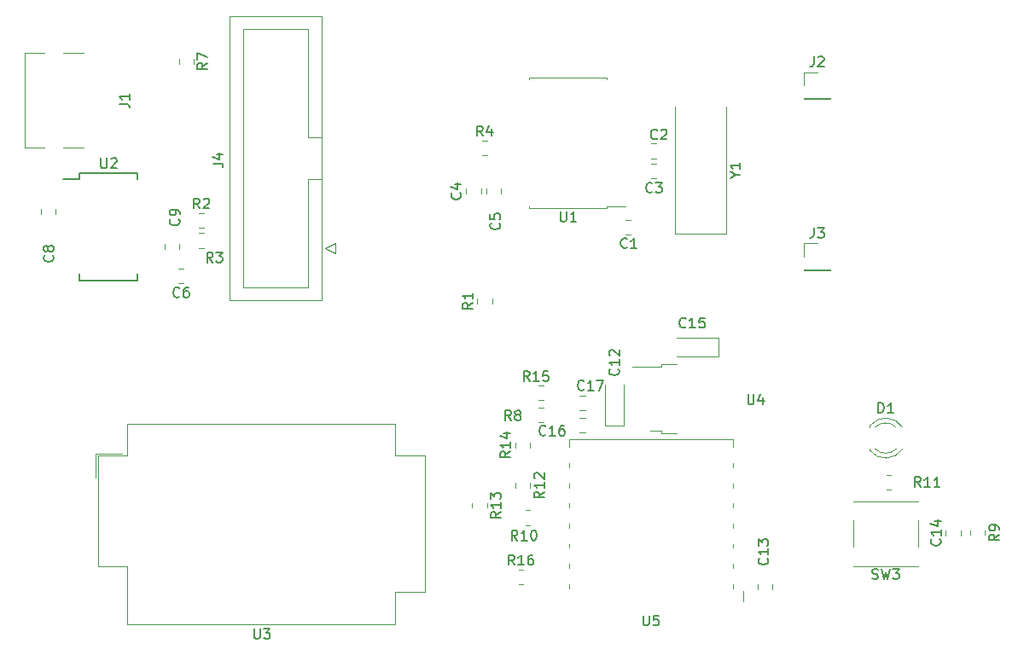
<source format=gbr>
%TF.GenerationSoftware,KiCad,Pcbnew,(6.0.11)*%
%TF.CreationDate,2024-04-14T23:22:21+03:00*%
%TF.ProjectId,avr-co2-detector,6176722d-636f-4322-9d64-65746563746f,rev. 1*%
%TF.SameCoordinates,Original*%
%TF.FileFunction,Legend,Top*%
%TF.FilePolarity,Positive*%
%FSLAX46Y46*%
G04 Gerber Fmt 4.6, Leading zero omitted, Abs format (unit mm)*
G04 Created by KiCad (PCBNEW (6.0.11)) date 2024-04-14 23:22:21*
%MOMM*%
%LPD*%
G01*
G04 APERTURE LIST*
%ADD10C,0.150000*%
%ADD11C,0.120000*%
G04 APERTURE END LIST*
D10*
%TO.C,U5*%
X143438095Y-129114880D02*
X143438095Y-129924404D01*
X143485714Y-130019642D01*
X143533333Y-130067261D01*
X143628571Y-130114880D01*
X143819047Y-130114880D01*
X143914285Y-130067261D01*
X143961904Y-130019642D01*
X144009523Y-129924404D01*
X144009523Y-129114880D01*
X144961904Y-129114880D02*
X144485714Y-129114880D01*
X144438095Y-129591071D01*
X144485714Y-129543452D01*
X144580952Y-129495833D01*
X144819047Y-129495833D01*
X144914285Y-129543452D01*
X144961904Y-129591071D01*
X145009523Y-129686309D01*
X145009523Y-129924404D01*
X144961904Y-130019642D01*
X144914285Y-130067261D01*
X144819047Y-130114880D01*
X144580952Y-130114880D01*
X144485714Y-130067261D01*
X144438095Y-130019642D01*
%TO.C,R16*%
X130657142Y-124102380D02*
X130323809Y-123626190D01*
X130085714Y-124102380D02*
X130085714Y-123102380D01*
X130466666Y-123102380D01*
X130561904Y-123150000D01*
X130609523Y-123197619D01*
X130657142Y-123292857D01*
X130657142Y-123435714D01*
X130609523Y-123530952D01*
X130561904Y-123578571D01*
X130466666Y-123626190D01*
X130085714Y-123626190D01*
X131609523Y-124102380D02*
X131038095Y-124102380D01*
X131323809Y-124102380D02*
X131323809Y-123102380D01*
X131228571Y-123245238D01*
X131133333Y-123340476D01*
X131038095Y-123388095D01*
X132466666Y-123102380D02*
X132276190Y-123102380D01*
X132180952Y-123150000D01*
X132133333Y-123197619D01*
X132038095Y-123340476D01*
X131990476Y-123530952D01*
X131990476Y-123911904D01*
X132038095Y-124007142D01*
X132085714Y-124054761D01*
X132180952Y-124102380D01*
X132371428Y-124102380D01*
X132466666Y-124054761D01*
X132514285Y-124007142D01*
X132561904Y-123911904D01*
X132561904Y-123673809D01*
X132514285Y-123578571D01*
X132466666Y-123530952D01*
X132371428Y-123483333D01*
X132180952Y-123483333D01*
X132085714Y-123530952D01*
X132038095Y-123578571D01*
X131990476Y-123673809D01*
%TO.C,SW3*%
X166166666Y-125454761D02*
X166309523Y-125502380D01*
X166547619Y-125502380D01*
X166642857Y-125454761D01*
X166690476Y-125407142D01*
X166738095Y-125311904D01*
X166738095Y-125216666D01*
X166690476Y-125121428D01*
X166642857Y-125073809D01*
X166547619Y-125026190D01*
X166357142Y-124978571D01*
X166261904Y-124930952D01*
X166214285Y-124883333D01*
X166166666Y-124788095D01*
X166166666Y-124692857D01*
X166214285Y-124597619D01*
X166261904Y-124550000D01*
X166357142Y-124502380D01*
X166595238Y-124502380D01*
X166738095Y-124550000D01*
X167071428Y-124502380D02*
X167309523Y-125502380D01*
X167500000Y-124788095D01*
X167690476Y-125502380D01*
X167928571Y-124502380D01*
X168214285Y-124502380D02*
X168833333Y-124502380D01*
X168500000Y-124883333D01*
X168642857Y-124883333D01*
X168738095Y-124930952D01*
X168785714Y-124978571D01*
X168833333Y-125073809D01*
X168833333Y-125311904D01*
X168785714Y-125407142D01*
X168738095Y-125454761D01*
X168642857Y-125502380D01*
X168357142Y-125502380D01*
X168261904Y-125454761D01*
X168214285Y-125407142D01*
%TO.C,C3*%
X144333333Y-87037142D02*
X144285714Y-87084761D01*
X144142857Y-87132380D01*
X144047619Y-87132380D01*
X143904761Y-87084761D01*
X143809523Y-86989523D01*
X143761904Y-86894285D01*
X143714285Y-86703809D01*
X143714285Y-86560952D01*
X143761904Y-86370476D01*
X143809523Y-86275238D01*
X143904761Y-86180000D01*
X144047619Y-86132380D01*
X144142857Y-86132380D01*
X144285714Y-86180000D01*
X144333333Y-86227619D01*
X144666666Y-86132380D02*
X145285714Y-86132380D01*
X144952380Y-86513333D01*
X145095238Y-86513333D01*
X145190476Y-86560952D01*
X145238095Y-86608571D01*
X145285714Y-86703809D01*
X145285714Y-86941904D01*
X145238095Y-87037142D01*
X145190476Y-87084761D01*
X145095238Y-87132380D01*
X144809523Y-87132380D01*
X144714285Y-87084761D01*
X144666666Y-87037142D01*
%TO.C,R14*%
X130252380Y-112842857D02*
X129776190Y-113176190D01*
X130252380Y-113414285D02*
X129252380Y-113414285D01*
X129252380Y-113033333D01*
X129300000Y-112938095D01*
X129347619Y-112890476D01*
X129442857Y-112842857D01*
X129585714Y-112842857D01*
X129680952Y-112890476D01*
X129728571Y-112938095D01*
X129776190Y-113033333D01*
X129776190Y-113414285D01*
X130252380Y-111890476D02*
X130252380Y-112461904D01*
X130252380Y-112176190D02*
X129252380Y-112176190D01*
X129395238Y-112271428D01*
X129490476Y-112366666D01*
X129538095Y-112461904D01*
X129585714Y-111033333D02*
X130252380Y-111033333D01*
X129204761Y-111271428D02*
X129919047Y-111509523D01*
X129919047Y-110890476D01*
%TO.C,C12*%
X140957142Y-104642857D02*
X141004761Y-104690476D01*
X141052380Y-104833333D01*
X141052380Y-104928571D01*
X141004761Y-105071428D01*
X140909523Y-105166666D01*
X140814285Y-105214285D01*
X140623809Y-105261904D01*
X140480952Y-105261904D01*
X140290476Y-105214285D01*
X140195238Y-105166666D01*
X140100000Y-105071428D01*
X140052380Y-104928571D01*
X140052380Y-104833333D01*
X140100000Y-104690476D01*
X140147619Y-104642857D01*
X141052380Y-103690476D02*
X141052380Y-104261904D01*
X141052380Y-103976190D02*
X140052380Y-103976190D01*
X140195238Y-104071428D01*
X140290476Y-104166666D01*
X140338095Y-104261904D01*
X140147619Y-103309523D02*
X140100000Y-103261904D01*
X140052380Y-103166666D01*
X140052380Y-102928571D01*
X140100000Y-102833333D01*
X140147619Y-102785714D01*
X140242857Y-102738095D01*
X140338095Y-102738095D01*
X140480952Y-102785714D01*
X141052380Y-103357142D01*
X141052380Y-102738095D01*
%TO.C,J1*%
X91452380Y-78333333D02*
X92166666Y-78333333D01*
X92309523Y-78380952D01*
X92404761Y-78476190D01*
X92452380Y-78619047D01*
X92452380Y-78714285D01*
X92452380Y-77333333D02*
X92452380Y-77904761D01*
X92452380Y-77619047D02*
X91452380Y-77619047D01*
X91595238Y-77714285D01*
X91690476Y-77809523D01*
X91738095Y-77904761D01*
%TO.C,U3*%
X104835595Y-130412380D02*
X104835595Y-131221904D01*
X104883214Y-131317142D01*
X104930833Y-131364761D01*
X105026071Y-131412380D01*
X105216547Y-131412380D01*
X105311785Y-131364761D01*
X105359404Y-131317142D01*
X105407023Y-131221904D01*
X105407023Y-130412380D01*
X105787976Y-130412380D02*
X106407023Y-130412380D01*
X106073690Y-130793333D01*
X106216547Y-130793333D01*
X106311785Y-130840952D01*
X106359404Y-130888571D01*
X106407023Y-130983809D01*
X106407023Y-131221904D01*
X106359404Y-131317142D01*
X106311785Y-131364761D01*
X106216547Y-131412380D01*
X105930833Y-131412380D01*
X105835595Y-131364761D01*
X105787976Y-131317142D01*
%TO.C,Y1*%
X152576190Y-85376190D02*
X153052380Y-85376190D01*
X152052380Y-85709523D02*
X152576190Y-85376190D01*
X152052380Y-85042857D01*
X153052380Y-84185714D02*
X153052380Y-84757142D01*
X153052380Y-84471428D02*
X152052380Y-84471428D01*
X152195238Y-84566666D01*
X152290476Y-84661904D01*
X152338095Y-84757142D01*
%TO.C,R9*%
X178752380Y-121066666D02*
X178276190Y-121400000D01*
X178752380Y-121638095D02*
X177752380Y-121638095D01*
X177752380Y-121257142D01*
X177800000Y-121161904D01*
X177847619Y-121114285D01*
X177942857Y-121066666D01*
X178085714Y-121066666D01*
X178180952Y-121114285D01*
X178228571Y-121161904D01*
X178276190Y-121257142D01*
X178276190Y-121638095D01*
X178752380Y-120590476D02*
X178752380Y-120400000D01*
X178704761Y-120304761D01*
X178657142Y-120257142D01*
X178514285Y-120161904D01*
X178323809Y-120114285D01*
X177942857Y-120114285D01*
X177847619Y-120161904D01*
X177800000Y-120209523D01*
X177752380Y-120304761D01*
X177752380Y-120495238D01*
X177800000Y-120590476D01*
X177847619Y-120638095D01*
X177942857Y-120685714D01*
X178180952Y-120685714D01*
X178276190Y-120638095D01*
X178323809Y-120590476D01*
X178371428Y-120495238D01*
X178371428Y-120304761D01*
X178323809Y-120209523D01*
X178276190Y-120161904D01*
X178180952Y-120114285D01*
%TO.C,R12*%
X133602380Y-116842857D02*
X133126190Y-117176190D01*
X133602380Y-117414285D02*
X132602380Y-117414285D01*
X132602380Y-117033333D01*
X132650000Y-116938095D01*
X132697619Y-116890476D01*
X132792857Y-116842857D01*
X132935714Y-116842857D01*
X133030952Y-116890476D01*
X133078571Y-116938095D01*
X133126190Y-117033333D01*
X133126190Y-117414285D01*
X133602380Y-115890476D02*
X133602380Y-116461904D01*
X133602380Y-116176190D02*
X132602380Y-116176190D01*
X132745238Y-116271428D01*
X132840476Y-116366666D01*
X132888095Y-116461904D01*
X132697619Y-115509523D02*
X132650000Y-115461904D01*
X132602380Y-115366666D01*
X132602380Y-115128571D01*
X132650000Y-115033333D01*
X132697619Y-114985714D01*
X132792857Y-114938095D01*
X132888095Y-114938095D01*
X133030952Y-114985714D01*
X133602380Y-115557142D01*
X133602380Y-114938095D01*
%TO.C,U1*%
X135238095Y-89002380D02*
X135238095Y-89811904D01*
X135285714Y-89907142D01*
X135333333Y-89954761D01*
X135428571Y-90002380D01*
X135619047Y-90002380D01*
X135714285Y-89954761D01*
X135761904Y-89907142D01*
X135809523Y-89811904D01*
X135809523Y-89002380D01*
X136809523Y-90002380D02*
X136238095Y-90002380D01*
X136523809Y-90002380D02*
X136523809Y-89002380D01*
X136428571Y-89145238D01*
X136333333Y-89240476D01*
X136238095Y-89288095D01*
%TO.C,C17*%
X137557142Y-106657142D02*
X137509523Y-106704761D01*
X137366666Y-106752380D01*
X137271428Y-106752380D01*
X137128571Y-106704761D01*
X137033333Y-106609523D01*
X136985714Y-106514285D01*
X136938095Y-106323809D01*
X136938095Y-106180952D01*
X136985714Y-105990476D01*
X137033333Y-105895238D01*
X137128571Y-105800000D01*
X137271428Y-105752380D01*
X137366666Y-105752380D01*
X137509523Y-105800000D01*
X137557142Y-105847619D01*
X138509523Y-106752380D02*
X137938095Y-106752380D01*
X138223809Y-106752380D02*
X138223809Y-105752380D01*
X138128571Y-105895238D01*
X138033333Y-105990476D01*
X137938095Y-106038095D01*
X138842857Y-105752380D02*
X139509523Y-105752380D01*
X139080952Y-106752380D01*
%TO.C,J4*%
X100752380Y-84233333D02*
X101466666Y-84233333D01*
X101609523Y-84280952D01*
X101704761Y-84376190D01*
X101752380Y-84519047D01*
X101752380Y-84614285D01*
X101085714Y-83328571D02*
X101752380Y-83328571D01*
X100704761Y-83566666D02*
X101419047Y-83804761D01*
X101419047Y-83185714D01*
%TO.C,R13*%
X129302380Y-118842857D02*
X128826190Y-119176190D01*
X129302380Y-119414285D02*
X128302380Y-119414285D01*
X128302380Y-119033333D01*
X128350000Y-118938095D01*
X128397619Y-118890476D01*
X128492857Y-118842857D01*
X128635714Y-118842857D01*
X128730952Y-118890476D01*
X128778571Y-118938095D01*
X128826190Y-119033333D01*
X128826190Y-119414285D01*
X129302380Y-117890476D02*
X129302380Y-118461904D01*
X129302380Y-118176190D02*
X128302380Y-118176190D01*
X128445238Y-118271428D01*
X128540476Y-118366666D01*
X128588095Y-118461904D01*
X128302380Y-117557142D02*
X128302380Y-116938095D01*
X128683333Y-117271428D01*
X128683333Y-117128571D01*
X128730952Y-117033333D01*
X128778571Y-116985714D01*
X128873809Y-116938095D01*
X129111904Y-116938095D01*
X129207142Y-116985714D01*
X129254761Y-117033333D01*
X129302380Y-117128571D01*
X129302380Y-117414285D01*
X129254761Y-117509523D01*
X129207142Y-117557142D01*
%TO.C,R8*%
X130333333Y-109752380D02*
X130000000Y-109276190D01*
X129761904Y-109752380D02*
X129761904Y-108752380D01*
X130142857Y-108752380D01*
X130238095Y-108800000D01*
X130285714Y-108847619D01*
X130333333Y-108942857D01*
X130333333Y-109085714D01*
X130285714Y-109180952D01*
X130238095Y-109228571D01*
X130142857Y-109276190D01*
X129761904Y-109276190D01*
X130904761Y-109180952D02*
X130809523Y-109133333D01*
X130761904Y-109085714D01*
X130714285Y-108990476D01*
X130714285Y-108942857D01*
X130761904Y-108847619D01*
X130809523Y-108800000D01*
X130904761Y-108752380D01*
X131095238Y-108752380D01*
X131190476Y-108800000D01*
X131238095Y-108847619D01*
X131285714Y-108942857D01*
X131285714Y-108990476D01*
X131238095Y-109085714D01*
X131190476Y-109133333D01*
X131095238Y-109180952D01*
X130904761Y-109180952D01*
X130809523Y-109228571D01*
X130761904Y-109276190D01*
X130714285Y-109371428D01*
X130714285Y-109561904D01*
X130761904Y-109657142D01*
X130809523Y-109704761D01*
X130904761Y-109752380D01*
X131095238Y-109752380D01*
X131190476Y-109704761D01*
X131238095Y-109657142D01*
X131285714Y-109561904D01*
X131285714Y-109371428D01*
X131238095Y-109276190D01*
X131190476Y-109228571D01*
X131095238Y-109180952D01*
%TO.C,R15*%
X132157142Y-105852380D02*
X131823809Y-105376190D01*
X131585714Y-105852380D02*
X131585714Y-104852380D01*
X131966666Y-104852380D01*
X132061904Y-104900000D01*
X132109523Y-104947619D01*
X132157142Y-105042857D01*
X132157142Y-105185714D01*
X132109523Y-105280952D01*
X132061904Y-105328571D01*
X131966666Y-105376190D01*
X131585714Y-105376190D01*
X133109523Y-105852380D02*
X132538095Y-105852380D01*
X132823809Y-105852380D02*
X132823809Y-104852380D01*
X132728571Y-104995238D01*
X132633333Y-105090476D01*
X132538095Y-105138095D01*
X134014285Y-104852380D02*
X133538095Y-104852380D01*
X133490476Y-105328571D01*
X133538095Y-105280952D01*
X133633333Y-105233333D01*
X133871428Y-105233333D01*
X133966666Y-105280952D01*
X134014285Y-105328571D01*
X134061904Y-105423809D01*
X134061904Y-105661904D01*
X134014285Y-105757142D01*
X133966666Y-105804761D01*
X133871428Y-105852380D01*
X133633333Y-105852380D01*
X133538095Y-105804761D01*
X133490476Y-105757142D01*
%TO.C,R3*%
X100733333Y-94052380D02*
X100400000Y-93576190D01*
X100161904Y-94052380D02*
X100161904Y-93052380D01*
X100542857Y-93052380D01*
X100638095Y-93100000D01*
X100685714Y-93147619D01*
X100733333Y-93242857D01*
X100733333Y-93385714D01*
X100685714Y-93480952D01*
X100638095Y-93528571D01*
X100542857Y-93576190D01*
X100161904Y-93576190D01*
X101066666Y-93052380D02*
X101685714Y-93052380D01*
X101352380Y-93433333D01*
X101495238Y-93433333D01*
X101590476Y-93480952D01*
X101638095Y-93528571D01*
X101685714Y-93623809D01*
X101685714Y-93861904D01*
X101638095Y-93957142D01*
X101590476Y-94004761D01*
X101495238Y-94052380D01*
X101209523Y-94052380D01*
X101114285Y-94004761D01*
X101066666Y-93957142D01*
%TO.C,C2*%
X144833333Y-81757142D02*
X144785714Y-81804761D01*
X144642857Y-81852380D01*
X144547619Y-81852380D01*
X144404761Y-81804761D01*
X144309523Y-81709523D01*
X144261904Y-81614285D01*
X144214285Y-81423809D01*
X144214285Y-81280952D01*
X144261904Y-81090476D01*
X144309523Y-80995238D01*
X144404761Y-80900000D01*
X144547619Y-80852380D01*
X144642857Y-80852380D01*
X144785714Y-80900000D01*
X144833333Y-80947619D01*
X145214285Y-80947619D02*
X145261904Y-80900000D01*
X145357142Y-80852380D01*
X145595238Y-80852380D01*
X145690476Y-80900000D01*
X145738095Y-80947619D01*
X145785714Y-81042857D01*
X145785714Y-81138095D01*
X145738095Y-81280952D01*
X145166666Y-81852380D01*
X145785714Y-81852380D01*
%TO.C,C8*%
X84857142Y-93366666D02*
X84904761Y-93414285D01*
X84952380Y-93557142D01*
X84952380Y-93652380D01*
X84904761Y-93795238D01*
X84809523Y-93890476D01*
X84714285Y-93938095D01*
X84523809Y-93985714D01*
X84380952Y-93985714D01*
X84190476Y-93938095D01*
X84095238Y-93890476D01*
X84000000Y-93795238D01*
X83952380Y-93652380D01*
X83952380Y-93557142D01*
X84000000Y-93414285D01*
X84047619Y-93366666D01*
X84380952Y-92795238D02*
X84333333Y-92890476D01*
X84285714Y-92938095D01*
X84190476Y-92985714D01*
X84142857Y-92985714D01*
X84047619Y-92938095D01*
X84000000Y-92890476D01*
X83952380Y-92795238D01*
X83952380Y-92604761D01*
X84000000Y-92509523D01*
X84047619Y-92461904D01*
X84142857Y-92414285D01*
X84190476Y-92414285D01*
X84285714Y-92461904D01*
X84333333Y-92509523D01*
X84380952Y-92604761D01*
X84380952Y-92795238D01*
X84428571Y-92890476D01*
X84476190Y-92938095D01*
X84571428Y-92985714D01*
X84761904Y-92985714D01*
X84857142Y-92938095D01*
X84904761Y-92890476D01*
X84952380Y-92795238D01*
X84952380Y-92604761D01*
X84904761Y-92509523D01*
X84857142Y-92461904D01*
X84761904Y-92414285D01*
X84571428Y-92414285D01*
X84476190Y-92461904D01*
X84428571Y-92509523D01*
X84380952Y-92604761D01*
%TO.C,U4*%
X153838095Y-107152380D02*
X153838095Y-107961904D01*
X153885714Y-108057142D01*
X153933333Y-108104761D01*
X154028571Y-108152380D01*
X154219047Y-108152380D01*
X154314285Y-108104761D01*
X154361904Y-108057142D01*
X154409523Y-107961904D01*
X154409523Y-107152380D01*
X155314285Y-107485714D02*
X155314285Y-108152380D01*
X155076190Y-107104761D02*
X154838095Y-107819047D01*
X155457142Y-107819047D01*
%TO.C,R1*%
X126502380Y-98066666D02*
X126026190Y-98400000D01*
X126502380Y-98638095D02*
X125502380Y-98638095D01*
X125502380Y-98257142D01*
X125550000Y-98161904D01*
X125597619Y-98114285D01*
X125692857Y-98066666D01*
X125835714Y-98066666D01*
X125930952Y-98114285D01*
X125978571Y-98161904D01*
X126026190Y-98257142D01*
X126026190Y-98638095D01*
X126502380Y-97114285D02*
X126502380Y-97685714D01*
X126502380Y-97400000D02*
X125502380Y-97400000D01*
X125645238Y-97495238D01*
X125740476Y-97590476D01*
X125788095Y-97685714D01*
%TO.C,C14*%
X172877142Y-121542857D02*
X172924761Y-121590476D01*
X172972380Y-121733333D01*
X172972380Y-121828571D01*
X172924761Y-121971428D01*
X172829523Y-122066666D01*
X172734285Y-122114285D01*
X172543809Y-122161904D01*
X172400952Y-122161904D01*
X172210476Y-122114285D01*
X172115238Y-122066666D01*
X172020000Y-121971428D01*
X171972380Y-121828571D01*
X171972380Y-121733333D01*
X172020000Y-121590476D01*
X172067619Y-121542857D01*
X172972380Y-120590476D02*
X172972380Y-121161904D01*
X172972380Y-120876190D02*
X171972380Y-120876190D01*
X172115238Y-120971428D01*
X172210476Y-121066666D01*
X172258095Y-121161904D01*
X172305714Y-119733333D02*
X172972380Y-119733333D01*
X171924761Y-119971428D02*
X172639047Y-120209523D01*
X172639047Y-119590476D01*
%TO.C,C4*%
X125277142Y-87166666D02*
X125324761Y-87214285D01*
X125372380Y-87357142D01*
X125372380Y-87452380D01*
X125324761Y-87595238D01*
X125229523Y-87690476D01*
X125134285Y-87738095D01*
X124943809Y-87785714D01*
X124800952Y-87785714D01*
X124610476Y-87738095D01*
X124515238Y-87690476D01*
X124420000Y-87595238D01*
X124372380Y-87452380D01*
X124372380Y-87357142D01*
X124420000Y-87214285D01*
X124467619Y-87166666D01*
X124705714Y-86309523D02*
X125372380Y-86309523D01*
X124324761Y-86547619D02*
X125039047Y-86785714D01*
X125039047Y-86166666D01*
%TO.C,R7*%
X100202380Y-74266666D02*
X99726190Y-74600000D01*
X100202380Y-74838095D02*
X99202380Y-74838095D01*
X99202380Y-74457142D01*
X99250000Y-74361904D01*
X99297619Y-74314285D01*
X99392857Y-74266666D01*
X99535714Y-74266666D01*
X99630952Y-74314285D01*
X99678571Y-74361904D01*
X99726190Y-74457142D01*
X99726190Y-74838095D01*
X99202380Y-73933333D02*
X99202380Y-73266666D01*
X100202380Y-73695238D01*
%TO.C,D1*%
X166756904Y-108992380D02*
X166756904Y-107992380D01*
X166995000Y-107992380D01*
X167137857Y-108040000D01*
X167233095Y-108135238D01*
X167280714Y-108230476D01*
X167328333Y-108420952D01*
X167328333Y-108563809D01*
X167280714Y-108754285D01*
X167233095Y-108849523D01*
X167137857Y-108944761D01*
X166995000Y-108992380D01*
X166756904Y-108992380D01*
X168280714Y-108992380D02*
X167709285Y-108992380D01*
X167995000Y-108992380D02*
X167995000Y-107992380D01*
X167899761Y-108135238D01*
X167804523Y-108230476D01*
X167709285Y-108278095D01*
%TO.C,R2*%
X99433333Y-88702380D02*
X99100000Y-88226190D01*
X98861904Y-88702380D02*
X98861904Y-87702380D01*
X99242857Y-87702380D01*
X99338095Y-87750000D01*
X99385714Y-87797619D01*
X99433333Y-87892857D01*
X99433333Y-88035714D01*
X99385714Y-88130952D01*
X99338095Y-88178571D01*
X99242857Y-88226190D01*
X98861904Y-88226190D01*
X99814285Y-87797619D02*
X99861904Y-87750000D01*
X99957142Y-87702380D01*
X100195238Y-87702380D01*
X100290476Y-87750000D01*
X100338095Y-87797619D01*
X100385714Y-87892857D01*
X100385714Y-87988095D01*
X100338095Y-88130952D01*
X99766666Y-88702380D01*
X100385714Y-88702380D01*
%TO.C,U2*%
X89638095Y-83702380D02*
X89638095Y-84511904D01*
X89685714Y-84607142D01*
X89733333Y-84654761D01*
X89828571Y-84702380D01*
X90019047Y-84702380D01*
X90114285Y-84654761D01*
X90161904Y-84607142D01*
X90209523Y-84511904D01*
X90209523Y-83702380D01*
X90638095Y-83797619D02*
X90685714Y-83750000D01*
X90780952Y-83702380D01*
X91019047Y-83702380D01*
X91114285Y-83750000D01*
X91161904Y-83797619D01*
X91209523Y-83892857D01*
X91209523Y-83988095D01*
X91161904Y-84130952D01*
X90590476Y-84702380D01*
X91209523Y-84702380D01*
%TO.C,R10*%
X130957142Y-121652380D02*
X130623809Y-121176190D01*
X130385714Y-121652380D02*
X130385714Y-120652380D01*
X130766666Y-120652380D01*
X130861904Y-120700000D01*
X130909523Y-120747619D01*
X130957142Y-120842857D01*
X130957142Y-120985714D01*
X130909523Y-121080952D01*
X130861904Y-121128571D01*
X130766666Y-121176190D01*
X130385714Y-121176190D01*
X131909523Y-121652380D02*
X131338095Y-121652380D01*
X131623809Y-121652380D02*
X131623809Y-120652380D01*
X131528571Y-120795238D01*
X131433333Y-120890476D01*
X131338095Y-120938095D01*
X132528571Y-120652380D02*
X132623809Y-120652380D01*
X132719047Y-120700000D01*
X132766666Y-120747619D01*
X132814285Y-120842857D01*
X132861904Y-121033333D01*
X132861904Y-121271428D01*
X132814285Y-121461904D01*
X132766666Y-121557142D01*
X132719047Y-121604761D01*
X132623809Y-121652380D01*
X132528571Y-121652380D01*
X132433333Y-121604761D01*
X132385714Y-121557142D01*
X132338095Y-121461904D01*
X132290476Y-121271428D01*
X132290476Y-121033333D01*
X132338095Y-120842857D01*
X132385714Y-120747619D01*
X132433333Y-120700000D01*
X132528571Y-120652380D01*
%TO.C,C6*%
X97433333Y-97437142D02*
X97385714Y-97484761D01*
X97242857Y-97532380D01*
X97147619Y-97532380D01*
X97004761Y-97484761D01*
X96909523Y-97389523D01*
X96861904Y-97294285D01*
X96814285Y-97103809D01*
X96814285Y-96960952D01*
X96861904Y-96770476D01*
X96909523Y-96675238D01*
X97004761Y-96580000D01*
X97147619Y-96532380D01*
X97242857Y-96532380D01*
X97385714Y-96580000D01*
X97433333Y-96627619D01*
X98290476Y-96532380D02*
X98100000Y-96532380D01*
X98004761Y-96580000D01*
X97957142Y-96627619D01*
X97861904Y-96770476D01*
X97814285Y-96960952D01*
X97814285Y-97341904D01*
X97861904Y-97437142D01*
X97909523Y-97484761D01*
X98004761Y-97532380D01*
X98195238Y-97532380D01*
X98290476Y-97484761D01*
X98338095Y-97437142D01*
X98385714Y-97341904D01*
X98385714Y-97103809D01*
X98338095Y-97008571D01*
X98290476Y-96960952D01*
X98195238Y-96913333D01*
X98004761Y-96913333D01*
X97909523Y-96960952D01*
X97861904Y-97008571D01*
X97814285Y-97103809D01*
%TO.C,C9*%
X97357142Y-89766666D02*
X97404761Y-89814285D01*
X97452380Y-89957142D01*
X97452380Y-90052380D01*
X97404761Y-90195238D01*
X97309523Y-90290476D01*
X97214285Y-90338095D01*
X97023809Y-90385714D01*
X96880952Y-90385714D01*
X96690476Y-90338095D01*
X96595238Y-90290476D01*
X96500000Y-90195238D01*
X96452380Y-90052380D01*
X96452380Y-89957142D01*
X96500000Y-89814285D01*
X96547619Y-89766666D01*
X97452380Y-89290476D02*
X97452380Y-89100000D01*
X97404761Y-89004761D01*
X97357142Y-88957142D01*
X97214285Y-88861904D01*
X97023809Y-88814285D01*
X96642857Y-88814285D01*
X96547619Y-88861904D01*
X96500000Y-88909523D01*
X96452380Y-89004761D01*
X96452380Y-89195238D01*
X96500000Y-89290476D01*
X96547619Y-89338095D01*
X96642857Y-89385714D01*
X96880952Y-89385714D01*
X96976190Y-89338095D01*
X97023809Y-89290476D01*
X97071428Y-89195238D01*
X97071428Y-89004761D01*
X97023809Y-88909523D01*
X96976190Y-88861904D01*
X96880952Y-88814285D01*
%TO.C,R4*%
X127533333Y-81502380D02*
X127200000Y-81026190D01*
X126961904Y-81502380D02*
X126961904Y-80502380D01*
X127342857Y-80502380D01*
X127438095Y-80550000D01*
X127485714Y-80597619D01*
X127533333Y-80692857D01*
X127533333Y-80835714D01*
X127485714Y-80930952D01*
X127438095Y-80978571D01*
X127342857Y-81026190D01*
X126961904Y-81026190D01*
X128390476Y-80835714D02*
X128390476Y-81502380D01*
X128152380Y-80454761D02*
X127914285Y-81169047D01*
X128533333Y-81169047D01*
%TO.C,C16*%
X133757142Y-111157142D02*
X133709523Y-111204761D01*
X133566666Y-111252380D01*
X133471428Y-111252380D01*
X133328571Y-111204761D01*
X133233333Y-111109523D01*
X133185714Y-111014285D01*
X133138095Y-110823809D01*
X133138095Y-110680952D01*
X133185714Y-110490476D01*
X133233333Y-110395238D01*
X133328571Y-110300000D01*
X133471428Y-110252380D01*
X133566666Y-110252380D01*
X133709523Y-110300000D01*
X133757142Y-110347619D01*
X134709523Y-111252380D02*
X134138095Y-111252380D01*
X134423809Y-111252380D02*
X134423809Y-110252380D01*
X134328571Y-110395238D01*
X134233333Y-110490476D01*
X134138095Y-110538095D01*
X135566666Y-110252380D02*
X135376190Y-110252380D01*
X135280952Y-110300000D01*
X135233333Y-110347619D01*
X135138095Y-110490476D01*
X135090476Y-110680952D01*
X135090476Y-111061904D01*
X135138095Y-111157142D01*
X135185714Y-111204761D01*
X135280952Y-111252380D01*
X135471428Y-111252380D01*
X135566666Y-111204761D01*
X135614285Y-111157142D01*
X135661904Y-111061904D01*
X135661904Y-110823809D01*
X135614285Y-110728571D01*
X135566666Y-110680952D01*
X135471428Y-110633333D01*
X135280952Y-110633333D01*
X135185714Y-110680952D01*
X135138095Y-110728571D01*
X135090476Y-110823809D01*
%TO.C,J3*%
X160366666Y-90622380D02*
X160366666Y-91336666D01*
X160319047Y-91479523D01*
X160223809Y-91574761D01*
X160080952Y-91622380D01*
X159985714Y-91622380D01*
X160747619Y-90622380D02*
X161366666Y-90622380D01*
X161033333Y-91003333D01*
X161176190Y-91003333D01*
X161271428Y-91050952D01*
X161319047Y-91098571D01*
X161366666Y-91193809D01*
X161366666Y-91431904D01*
X161319047Y-91527142D01*
X161271428Y-91574761D01*
X161176190Y-91622380D01*
X160890476Y-91622380D01*
X160795238Y-91574761D01*
X160747619Y-91527142D01*
%TO.C,R11*%
X170957142Y-116352380D02*
X170623809Y-115876190D01*
X170385714Y-116352380D02*
X170385714Y-115352380D01*
X170766666Y-115352380D01*
X170861904Y-115400000D01*
X170909523Y-115447619D01*
X170957142Y-115542857D01*
X170957142Y-115685714D01*
X170909523Y-115780952D01*
X170861904Y-115828571D01*
X170766666Y-115876190D01*
X170385714Y-115876190D01*
X171909523Y-116352380D02*
X171338095Y-116352380D01*
X171623809Y-116352380D02*
X171623809Y-115352380D01*
X171528571Y-115495238D01*
X171433333Y-115590476D01*
X171338095Y-115638095D01*
X172861904Y-116352380D02*
X172290476Y-116352380D01*
X172576190Y-116352380D02*
X172576190Y-115352380D01*
X172480952Y-115495238D01*
X172385714Y-115590476D01*
X172290476Y-115638095D01*
%TO.C,C15*%
X147657142Y-100457142D02*
X147609523Y-100504761D01*
X147466666Y-100552380D01*
X147371428Y-100552380D01*
X147228571Y-100504761D01*
X147133333Y-100409523D01*
X147085714Y-100314285D01*
X147038095Y-100123809D01*
X147038095Y-99980952D01*
X147085714Y-99790476D01*
X147133333Y-99695238D01*
X147228571Y-99600000D01*
X147371428Y-99552380D01*
X147466666Y-99552380D01*
X147609523Y-99600000D01*
X147657142Y-99647619D01*
X148609523Y-100552380D02*
X148038095Y-100552380D01*
X148323809Y-100552380D02*
X148323809Y-99552380D01*
X148228571Y-99695238D01*
X148133333Y-99790476D01*
X148038095Y-99838095D01*
X149514285Y-99552380D02*
X149038095Y-99552380D01*
X148990476Y-100028571D01*
X149038095Y-99980952D01*
X149133333Y-99933333D01*
X149371428Y-99933333D01*
X149466666Y-99980952D01*
X149514285Y-100028571D01*
X149561904Y-100123809D01*
X149561904Y-100361904D01*
X149514285Y-100457142D01*
X149466666Y-100504761D01*
X149371428Y-100552380D01*
X149133333Y-100552380D01*
X149038095Y-100504761D01*
X148990476Y-100457142D01*
%TO.C,C5*%
X129157142Y-90166666D02*
X129204761Y-90214285D01*
X129252380Y-90357142D01*
X129252380Y-90452380D01*
X129204761Y-90595238D01*
X129109523Y-90690476D01*
X129014285Y-90738095D01*
X128823809Y-90785714D01*
X128680952Y-90785714D01*
X128490476Y-90738095D01*
X128395238Y-90690476D01*
X128300000Y-90595238D01*
X128252380Y-90452380D01*
X128252380Y-90357142D01*
X128300000Y-90214285D01*
X128347619Y-90166666D01*
X128252380Y-89261904D02*
X128252380Y-89738095D01*
X128728571Y-89785714D01*
X128680952Y-89738095D01*
X128633333Y-89642857D01*
X128633333Y-89404761D01*
X128680952Y-89309523D01*
X128728571Y-89261904D01*
X128823809Y-89214285D01*
X129061904Y-89214285D01*
X129157142Y-89261904D01*
X129204761Y-89309523D01*
X129252380Y-89404761D01*
X129252380Y-89642857D01*
X129204761Y-89738095D01*
X129157142Y-89785714D01*
%TO.C,C1*%
X141833333Y-92557142D02*
X141785714Y-92604761D01*
X141642857Y-92652380D01*
X141547619Y-92652380D01*
X141404761Y-92604761D01*
X141309523Y-92509523D01*
X141261904Y-92414285D01*
X141214285Y-92223809D01*
X141214285Y-92080952D01*
X141261904Y-91890476D01*
X141309523Y-91795238D01*
X141404761Y-91700000D01*
X141547619Y-91652380D01*
X141642857Y-91652380D01*
X141785714Y-91700000D01*
X141833333Y-91747619D01*
X142785714Y-92652380D02*
X142214285Y-92652380D01*
X142500000Y-92652380D02*
X142500000Y-91652380D01*
X142404761Y-91795238D01*
X142309523Y-91890476D01*
X142214285Y-91938095D01*
%TO.C,J2*%
X160366666Y-73622380D02*
X160366666Y-74336666D01*
X160319047Y-74479523D01*
X160223809Y-74574761D01*
X160080952Y-74622380D01*
X159985714Y-74622380D01*
X160795238Y-73717619D02*
X160842857Y-73670000D01*
X160938095Y-73622380D01*
X161176190Y-73622380D01*
X161271428Y-73670000D01*
X161319047Y-73717619D01*
X161366666Y-73812857D01*
X161366666Y-73908095D01*
X161319047Y-74050952D01*
X160747619Y-74622380D01*
X161366666Y-74622380D01*
%TO.C,C13*%
X155757142Y-123442857D02*
X155804761Y-123490476D01*
X155852380Y-123633333D01*
X155852380Y-123728571D01*
X155804761Y-123871428D01*
X155709523Y-123966666D01*
X155614285Y-124014285D01*
X155423809Y-124061904D01*
X155280952Y-124061904D01*
X155090476Y-124014285D01*
X154995238Y-123966666D01*
X154900000Y-123871428D01*
X154852380Y-123728571D01*
X154852380Y-123633333D01*
X154900000Y-123490476D01*
X154947619Y-123442857D01*
X155852380Y-122490476D02*
X155852380Y-123061904D01*
X155852380Y-122776190D02*
X154852380Y-122776190D01*
X154995238Y-122871428D01*
X155090476Y-122966666D01*
X155138095Y-123061904D01*
X154852380Y-122157142D02*
X154852380Y-121538095D01*
X155233333Y-121871428D01*
X155233333Y-121728571D01*
X155280952Y-121633333D01*
X155328571Y-121585714D01*
X155423809Y-121538095D01*
X155661904Y-121538095D01*
X155757142Y-121585714D01*
X155804761Y-121633333D01*
X155852380Y-121728571D01*
X155852380Y-122014285D01*
X155804761Y-122109523D01*
X155757142Y-122157142D01*
D11*
%TO.C,U5*%
X152320000Y-116000000D02*
X152320000Y-116400000D01*
X152320000Y-118000000D02*
X152320000Y-118400000D01*
X136080000Y-126000000D02*
X136080000Y-126400000D01*
X136080000Y-114000000D02*
X136080000Y-114400000D01*
X152320000Y-124000000D02*
X152320000Y-124400000D01*
X153350000Y-127700000D02*
X153350000Y-126700000D01*
X152320000Y-126000000D02*
X152320000Y-126400000D01*
X136080000Y-124000000D02*
X136080000Y-124400000D01*
X152320000Y-114000000D02*
X152320000Y-114400000D01*
X152320000Y-120000000D02*
X152320000Y-120400000D01*
X136080000Y-120000000D02*
X136080000Y-120400000D01*
X152320000Y-111580000D02*
X152320000Y-112400000D01*
X136080000Y-112400000D02*
X136080000Y-111580000D01*
X136080000Y-116000000D02*
X136080000Y-116400000D01*
X136080000Y-111580000D02*
X152320000Y-111580000D01*
X136080000Y-118000000D02*
X136080000Y-118400000D01*
X136080000Y-122000000D02*
X136080000Y-122400000D01*
X152320000Y-122000000D02*
X152320000Y-122400000D01*
%TO.C,R16*%
X131072936Y-126035000D02*
X131527064Y-126035000D01*
X131072936Y-124565000D02*
X131527064Y-124565000D01*
%TO.C,SW3*%
X164270000Y-122300000D02*
X164270000Y-119700000D01*
X170730000Y-124200000D02*
X170730000Y-124230000D01*
X170730000Y-122300000D02*
X170730000Y-119700000D01*
X164270000Y-117770000D02*
X164270000Y-117800000D01*
X170730000Y-117770000D02*
X164270000Y-117770000D01*
X164270000Y-124230000D02*
X164270000Y-124200000D01*
X170730000Y-124230000D02*
X164270000Y-124230000D01*
X170730000Y-117770000D02*
X170730000Y-117800000D01*
%TO.C,C3*%
X144761252Y-84265000D02*
X144238748Y-84265000D01*
X144761252Y-85735000D02*
X144238748Y-85735000D01*
%TO.C,R14*%
X132235000Y-111972936D02*
X132235000Y-112427064D01*
X130765000Y-111972936D02*
X130765000Y-112427064D01*
%TO.C,C12*%
X141535000Y-110285000D02*
X141535000Y-106200000D01*
X139665000Y-110285000D02*
X141535000Y-110285000D01*
X139665000Y-106200000D02*
X139665000Y-110285000D01*
%TO.C,J1*%
X84000000Y-73300000D02*
X82100000Y-73300000D01*
X87900000Y-82700000D02*
X85900000Y-82700000D01*
X84000000Y-82700000D02*
X82100000Y-82700000D01*
X82100000Y-73300000D02*
X82100000Y-82700000D01*
X87900000Y-73300000D02*
X85900000Y-73300000D01*
%TO.C,U3*%
X121817500Y-113230000D02*
X118847500Y-113230000D01*
X118847500Y-129950000D02*
X92247500Y-129950000D01*
X92247500Y-110050000D02*
X92247500Y-113230000D01*
X92247500Y-110050000D02*
X118847500Y-110050000D01*
X92247500Y-124230000D02*
X89317500Y-124230000D01*
X89117500Y-113030000D02*
X91687500Y-113030000D01*
X118847500Y-129950000D02*
X118847500Y-126730000D01*
X118847500Y-113230000D02*
X118847500Y-110050000D01*
X89317500Y-124230000D02*
X89317500Y-113230000D01*
X121817500Y-126730000D02*
X121817500Y-113230000D01*
X121817500Y-126730000D02*
X118847500Y-126730000D01*
X92247500Y-124230000D02*
X92247500Y-129950000D01*
X89117500Y-115460000D02*
X89117500Y-113030000D01*
X92247500Y-113230000D02*
X89317500Y-113230000D01*
%TO.C,Y1*%
X151650000Y-91200000D02*
X151650000Y-78600000D01*
X146550000Y-78600000D02*
X146550000Y-91200000D01*
X146550000Y-91200000D02*
X151650000Y-91200000D01*
%TO.C,R9*%
X175865000Y-121127064D02*
X175865000Y-120672936D01*
X177335000Y-121127064D02*
X177335000Y-120672936D01*
%TO.C,R12*%
X130765000Y-115972936D02*
X130765000Y-116427064D01*
X132235000Y-115972936D02*
X132235000Y-116427064D01*
%TO.C,U1*%
X136000000Y-88710000D02*
X139860000Y-88710000D01*
X139860000Y-88475000D02*
X141675000Y-88475000D01*
X139860000Y-75690000D02*
X139860000Y-75925000D01*
X132140000Y-75690000D02*
X132140000Y-75925000D01*
X136000000Y-75690000D02*
X139860000Y-75690000D01*
X139860000Y-88710000D02*
X139860000Y-88475000D01*
X136000000Y-75690000D02*
X132140000Y-75690000D01*
X132140000Y-88710000D02*
X132140000Y-88475000D01*
X136000000Y-88710000D02*
X132140000Y-88710000D01*
%TO.C,C17*%
X137661252Y-108735000D02*
X137138748Y-108735000D01*
X137661252Y-107265000D02*
X137138748Y-107265000D01*
%TO.C,J4*%
X103720000Y-96530000D02*
X103720000Y-70930000D01*
X111530000Y-97830000D02*
X102410000Y-97830000D01*
X110220000Y-81680000D02*
X110220000Y-81680000D01*
X110220000Y-70930000D02*
X110220000Y-81680000D01*
X110220000Y-85780000D02*
X110220000Y-96530000D01*
X110220000Y-81680000D02*
X111530000Y-81680000D01*
X111530000Y-85780000D02*
X110220000Y-85780000D01*
X102410000Y-69630000D02*
X111530000Y-69630000D01*
X110220000Y-96530000D02*
X103720000Y-96530000D01*
X112920000Y-93120000D02*
X112920000Y-92120000D01*
X102410000Y-97830000D02*
X102410000Y-69630000D01*
X111920000Y-92620000D02*
X112920000Y-93120000D01*
X103720000Y-70930000D02*
X110220000Y-70930000D01*
X112920000Y-92120000D02*
X111920000Y-92620000D01*
X111530000Y-69630000D02*
X111530000Y-97830000D01*
%TO.C,R13*%
X126465000Y-117972936D02*
X126465000Y-118427064D01*
X127935000Y-117972936D02*
X127935000Y-118427064D01*
%TO.C,R8*%
X133072936Y-108465000D02*
X133527064Y-108465000D01*
X133072936Y-109935000D02*
X133527064Y-109935000D01*
%TO.C,R15*%
X133072936Y-107735000D02*
X133527064Y-107735000D01*
X133072936Y-106265000D02*
X133527064Y-106265000D01*
%TO.C,R3*%
X99372936Y-92635000D02*
X99827064Y-92635000D01*
X99372936Y-91165000D02*
X99827064Y-91165000D01*
%TO.C,C2*%
X144761252Y-83735000D02*
X144238748Y-83735000D01*
X144761252Y-82265000D02*
X144238748Y-82265000D01*
%TO.C,C8*%
X83665000Y-88738748D02*
X83665000Y-89261252D01*
X85135000Y-88738748D02*
X85135000Y-89261252D01*
%TO.C,U4*%
X146730000Y-111050000D02*
X145230000Y-111050000D01*
X145230000Y-111050000D02*
X145230000Y-110780000D01*
X145230000Y-104150000D02*
X145230000Y-104420000D01*
X145230000Y-110780000D02*
X144130000Y-110780000D01*
X146730000Y-104150000D02*
X145230000Y-104150000D01*
X145230000Y-104420000D02*
X142400000Y-104420000D01*
%TO.C,R1*%
X128435000Y-98127064D02*
X128435000Y-97672936D01*
X126965000Y-98127064D02*
X126965000Y-97672936D01*
%TO.C,C14*%
X173465000Y-121161252D02*
X173465000Y-120638748D01*
X174935000Y-121161252D02*
X174935000Y-120638748D01*
%TO.C,C4*%
X125865000Y-87261252D02*
X125865000Y-86738748D01*
X127335000Y-87261252D02*
X127335000Y-86738748D01*
%TO.C,R7*%
X97365000Y-73872936D02*
X97365000Y-74327064D01*
X98835000Y-73872936D02*
X98835000Y-74327064D01*
%TO.C,D1*%
X165935000Y-112580000D02*
X165935000Y-112736000D01*
X165935000Y-110264000D02*
X165935000Y-110420000D01*
X166454039Y-112580000D02*
G75*
G03*
X168536130Y-112579837I1040961J1080000D01*
G01*
X168536130Y-110420163D02*
G75*
G03*
X166454039Y-110420000I-1041130J-1079837D01*
G01*
X169167335Y-110421392D02*
G75*
G03*
X165935000Y-110264484I-1672335J-1078608D01*
G01*
X165935000Y-112735516D02*
G75*
G03*
X169167335Y-112578608I1560000J1235516D01*
G01*
%TO.C,R2*%
X99372936Y-89165000D02*
X99827064Y-89165000D01*
X99372936Y-90635000D02*
X99827064Y-90635000D01*
D10*
%TO.C,U2*%
X93275000Y-95825000D02*
X93275000Y-95175000D01*
X87525000Y-95825000D02*
X87525000Y-95175000D01*
X93275000Y-85175000D02*
X93275000Y-85825000D01*
X87525000Y-95825000D02*
X93275000Y-95825000D01*
X87525000Y-85175000D02*
X87525000Y-85750000D01*
X87525000Y-85175000D02*
X93275000Y-85175000D01*
X87525000Y-85750000D02*
X85925000Y-85750000D01*
D11*
%TO.C,R10*%
X131772936Y-118665000D02*
X132227064Y-118665000D01*
X131772936Y-120135000D02*
X132227064Y-120135000D01*
%TO.C,C6*%
X97861252Y-96135000D02*
X97338748Y-96135000D01*
X97861252Y-94665000D02*
X97338748Y-94665000D01*
%TO.C,C9*%
X97435000Y-92238748D02*
X97435000Y-92761252D01*
X95965000Y-92238748D02*
X95965000Y-92761252D01*
%TO.C,R4*%
X127472936Y-83435000D02*
X127927064Y-83435000D01*
X127472936Y-81965000D02*
X127927064Y-81965000D01*
%TO.C,C16*%
X137661252Y-110935000D02*
X137138748Y-110935000D01*
X137661252Y-109465000D02*
X137138748Y-109465000D01*
%TO.C,J3*%
X159370000Y-92170000D02*
X160700000Y-92170000D01*
X162030000Y-94770000D02*
X162030000Y-94830000D01*
X159370000Y-94770000D02*
X159370000Y-94830000D01*
X159370000Y-94830000D02*
X162030000Y-94830000D01*
X159370000Y-93500000D02*
X159370000Y-92170000D01*
X159370000Y-94770000D02*
X162030000Y-94770000D01*
%TO.C,R11*%
X168027064Y-116635000D02*
X167572936Y-116635000D01*
X168027064Y-115165000D02*
X167572936Y-115165000D01*
%TO.C,C15*%
X150885000Y-101565000D02*
X146800000Y-101565000D01*
X150885000Y-103435000D02*
X150885000Y-101565000D01*
X146800000Y-103435000D02*
X150885000Y-103435000D01*
%TO.C,C5*%
X127865000Y-87261252D02*
X127865000Y-86738748D01*
X129335000Y-87261252D02*
X129335000Y-86738748D01*
%TO.C,C1*%
X142161252Y-89865000D02*
X141638748Y-89865000D01*
X142161252Y-91335000D02*
X141638748Y-91335000D01*
%TO.C,J2*%
X159370000Y-77770000D02*
X159370000Y-77830000D01*
X159370000Y-77770000D02*
X162030000Y-77770000D01*
X159370000Y-77830000D02*
X162030000Y-77830000D01*
X159370000Y-76500000D02*
X159370000Y-75170000D01*
X159370000Y-75170000D02*
X160700000Y-75170000D01*
X162030000Y-77770000D02*
X162030000Y-77830000D01*
%TO.C,C13*%
X156235000Y-126001248D02*
X156235000Y-126523752D01*
X154765000Y-126001248D02*
X154765000Y-126523752D01*
%TD*%
M02*

</source>
